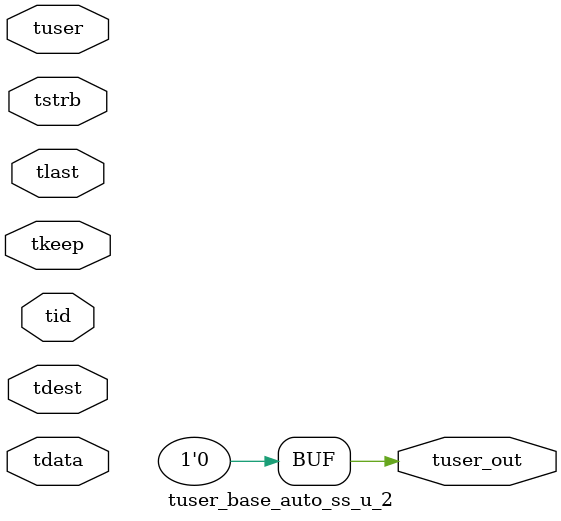
<source format=v>


`timescale 1ps/1ps

module tuser_base_auto_ss_u_2 #
(
parameter C_S_AXIS_TUSER_WIDTH = 1,
parameter C_S_AXIS_TDATA_WIDTH = 32,
parameter C_S_AXIS_TID_WIDTH   = 0,
parameter C_S_AXIS_TDEST_WIDTH = 0,
parameter C_M_AXIS_TUSER_WIDTH = 1
)
(
input  [(C_S_AXIS_TUSER_WIDTH == 0 ? 1 : C_S_AXIS_TUSER_WIDTH)-1:0     ] tuser,
input  [(C_S_AXIS_TDATA_WIDTH == 0 ? 1 : C_S_AXIS_TDATA_WIDTH)-1:0     ] tdata,
input  [(C_S_AXIS_TID_WIDTH   == 0 ? 1 : C_S_AXIS_TID_WIDTH)-1:0       ] tid,
input  [(C_S_AXIS_TDEST_WIDTH == 0 ? 1 : C_S_AXIS_TDEST_WIDTH)-1:0     ] tdest,
input  [(C_S_AXIS_TDATA_WIDTH/8)-1:0 ] tkeep,
input  [(C_S_AXIS_TDATA_WIDTH/8)-1:0 ] tstrb,
input                                                                    tlast,
output [C_M_AXIS_TUSER_WIDTH-1:0] tuser_out
);

assign tuser_out = {1'b0};

endmodule


</source>
